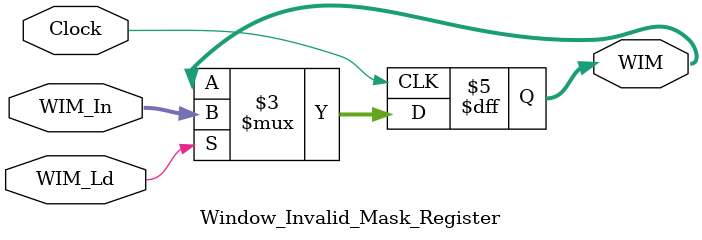
<source format=v>
module Window_Invalid_Mask_Register (
							output reg [31:0] WIM,
							input [31:0] WIM_In,
							input WIM_Ld,
							input Clock
							);
	
	/* Initial reset conditions */
	initial
		begin
		WIM <= 32'd0;
		end
	
	always @ (negedge Clock)
		begin
		if (WIM_Ld)
			begin
			WIM <= WIM_In;
			end
		end
endmodule
</source>
